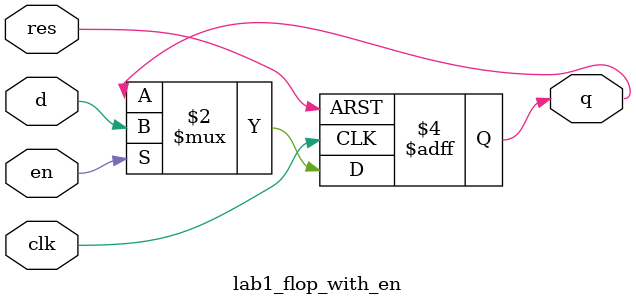
<source format=v>
module lab1_flop_with_en ( input res , input clk , input d , input en , output reg q);
always @ (posedge clk , posedge res)
begin
	if(res)
		q <= 1'b0;
	else if(en)
		q <= d;	
end
endmodule


</source>
